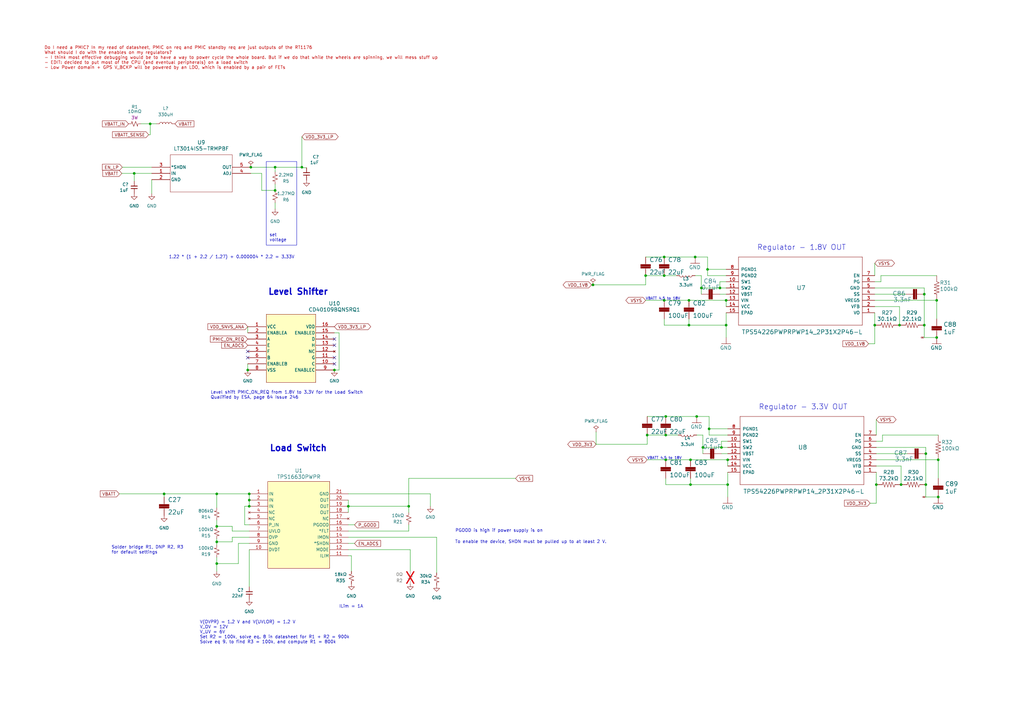
<source format=kicad_sch>
(kicad_sch (version 20231120) (generator "eeschema") (generator_version "8.0")
  (paper "A3")
  (title_block (title "Soldermander") (date "2024-02-27") (rev "1.0") (company "Stanford Student Space Initiative") (comment 1 "RE: Flynn Dreilinger"))
  (lib_symbols
    (symbol "Device:C_Small" (pin_numbers hide) (pin_names (offset 0.254) hide)
      (property "Reference" "C" (at 0.254 1.778 0))
      (property "Value" "C_Small" (at 0.254 -2.032 0))
      (symbol "C_Small_0_1"
        (polyline (pts (xy -1.27 -0.508) (xy 1.27 -0.508)) (stroke (width 0.3302)))
        (polyline (pts (xy -1.27 0.508) (xy 1.27 0.508)) (stroke (width 0.3048)))
      )
      (symbol "C_Small_1_1"
        (pin passive line (at 0 2.54 270) (length 2.032) (name "~") (number "1"))
        (pin passive line (at 0 -2.54 90) (length 2.032) (name "~") (number "2"))
      )
    )
    (symbol "Device:L" (pin_numbers hide) (pin_names (offset 1.016) hide)
      (property "Reference" "L" (at -1.27 0 90))
      (property "Value" "L" (at 1.905 0 90))
      (symbol "L_0_1"
        (arc (start 0 -2.54) (mid 0.6323 -1.905) (end 0 -1.27))
        (arc (start 0 -1.27) (mid 0.6323 -0.635) (end 0 0))
        (arc (start 0 0) (mid 0.6323 0.635) (end 0 1.27))
        (arc (start 0 1.27) (mid 0.6323 1.905) (end 0 2.54))
      )
      (symbol "L_1_1"
        (pin passive line (at 0 3.81 270) (length 1.27) (name "1") (number "1"))
        (pin passive line (at 0 -3.81 90) (length 1.27) (name "2") (number "2"))
      )
    )
    (symbol "Device:R_Small_US" (pin_numbers hide) (pin_names (offset 0.254) hide)
      (property "Reference" "R" (at 0.762 0.508 0))
      (property "Value" "R_Small_US" (at 0.762 -1.016 0))
      (symbol "R_Small_US_1_1"
        (polyline (pts (xy 0 0) (xy 1.016 -0.381) (xy 0 -0.762) (xy -1.016 -1.143) (xy 0 -1.27)))
        (polyline (pts (xy 0 1.27) (xy 1.016 1.143) (xy 0 0.762) (xy -1.016 0.381) (xy 0 0)))
        (pin passive line (at 0 2.54 270) (length 1.016) (name "~") (number "1"))
        (pin passive line (at 0 -2.54 90) (length 1.016) (name "~") (number "2"))
      )
    )
    (symbol "PWR_FLAG_1" (power) (pin_numbers hide) (pin_names (offset 0) hide)
      (property "Value" "PWR_FLAG" (at 0 3.81 0))
      (symbol "PWR_FLAG_1_0_0"
        (pin power_out line (at 0 0 90) (length 0) (name "~") (number "1"))
      )
      (symbol "PWR_FLAG_1_0_1"
        (polyline (pts (xy 0 0) (xy 0 1.27) (xy -1.016 1.905) (xy 0 2.54) (xy 1.016 1.905) (xy 0 1.27)))
      )
    )
    (symbol "adcs:CD40109BQNSRQ1" (pin_names (offset 0.254))
      (property "Reference" "U" (at 17.78 10.16 0))
      (property "Value" "CD40109BQNSRQ1" (at 17.78 7.62 0))
      (symbol "CD40109BQNSRQ1_1_1"
        (rectangle (start 7.62 5.08) (end 27.94 -22.86) (fill (type background)))
        (pin power_in line (at 0 0 0) (length 7.62) (name "VCC") (number "1"))
        (pin input line (at 35.56 -15.24 180) (length 7.62) (name "C") (number "10"))
        (pin output line (at 35.56 -12.7 180) (length 7.62) (name "G") (number "11"))
        (pin no_connect line (at 35.56 -10.16 180) (length 7.62) (name "NC") (number "12"))
        (pin output line (at 35.56 -7.62 180) (length 7.62) (name "H") (number "13"))
        (pin input line (at 35.56 -5.08 180) (length 7.62) (name "D") (number "14"))
        (pin input line (at 35.56 -2.54 180) (length 7.62) (name "ENABLED") (number "15"))
        (pin power_in line (at 35.56 0 180) (length 7.62) (name "VDD") (number "16"))
        (pin input line (at 0 -2.54 0) (length 7.62) (name "ENABLEA") (number "2"))
        (pin input line (at 0 -5.08 0) (length 7.62) (name "A") (number "3"))
        (pin output line (at 0 -7.62 0) (length 7.62) (name "E") (number "4"))
        (pin output line (at 0 -10.16 0) (length 7.62) (name "F") (number "5"))
        (pin input line (at 0 -12.7 0) (length 7.62) (name "B") (number "6"))
        (pin input line (at 0 -15.24 0) (length 7.62) (name "ENABLEB") (number "7"))
        (pin power_in line (at 0 -17.78 0) (length 7.62) (name "VSS") (number "8"))
        (pin input line (at 35.56 -17.78 180) (length 7.62) (name "ENABLEC") (number "9"))
      )
    )
    (symbol "adcs:LT3014IS5-TRMPBF" (pin_names (offset 0.254))
      (property "Reference" "U" (at 20.32 10.16 0))
      (property "Value" "LT3014IS5-TRMPBF" (at 20.32 7.62 0))
      (symbol "LT3014IS5-TRMPBF_1_1"
        (polyline (pts (xy 7.62 -10.16) (xy 33.02 -10.16)) (stroke (width 0.127)))
        (polyline (pts (xy 7.62 5.08) (xy 7.62 -10.16)) (stroke (width 0.127)))
        (polyline (pts (xy 33.02 -10.16) (xy 33.02 5.08)) (stroke (width 0.127)))
        (polyline (pts (xy 33.02 5.08) (xy 7.62 5.08)) (stroke (width 0.127)))
        (pin input line (at 0 -2.54 0) (length 7.62) (name "IN") (number "1"))
        (pin power_in line (at 0 -5.08 0) (length 7.62) (name "GND") (number "2"))
        (pin unspecified line (at 0 0 0) (length 7.62) (name "*SHDN") (number "3"))
        (pin unspecified line (at 40.64 -2.54 180) (length 7.62) (name "ADJ") (number "4"))
        (pin output line (at 40.64 0 180) (length 7.62) (name "OUT") (number "5"))
      )
    )
    (symbol "adcs:TPS16630PWPR" (pin_names (offset 0.254))
      (property "Reference" "U" (at 20.32 10.16 0))
      (property "Value" "TPS16630PWPR" (at 20.32 7.62 0))
      (symbol "TPS16630PWPR_1_1"
        (rectangle (start 7.62 5.08) (end 33.02 -30.48) (fill (type background)))
        (pin power_in line (at 0 0 0) (length 7.62) (name "IN") (number "1"))
        (pin bidirectional line (at 0 -22.86 0) (length 7.62) (name "DVDT") (number "10"))
        (pin bidirectional line (at 40.64 -25.4 180) (length 7.62) (name "ILIM") (number "11"))
        (pin input line (at 40.64 -22.86 180) (length 7.62) (name "MODE") (number "12"))
        (pin input line (at 40.64 -20.32 180) (length 7.62) (name "*SHDN") (number "13"))
        (pin output line (at 40.64 -17.78 180) (length 7.62) (name "IMON") (number "14"))
        (pin output line (at 40.64 -15.24 180) (length 7.62) (name "*FLT") (number "15"))
        (pin output line (at 40.64 -12.7 180) (length 7.62) (name "PGOOD") (number "16"))
        (pin no_connect line (at 40.64 -10.16 180) (length 7.62) (name "NC") (number "17"))
        (pin power_in line (at 40.64 -7.62 180) (length 7.62) (name "OUT") (number "18"))
        (pin power_in line (at 40.64 -5.08 180) (length 7.62) (name "OUT") (number "19"))
        (pin power_in line (at 0 -2.54 0) (length 7.62) (name "IN") (number "2"))
        (pin power_in line (at 40.64 -2.54 180) (length 7.62) (name "OUT") (number "20"))
        (pin power_out line (at 40.64 0 180) (length 7.62) (name "GND") (number "21"))
        (pin power_in line (at 0 -5.08 0) (length 7.62) (name "IN") (number "3"))
        (pin no_connect line (at 0 -7.62 0) (length 7.62) (name "NC") (number "4"))
        (pin no_connect line (at 0 -10.16 0) (length 7.62) (name "NC") (number "5"))
        (pin power_in line (at 0 -12.7 0) (length 7.62) (name "P_IN") (number "6"))
        (pin input line (at 0 -15.24 0) (length 7.62) (name "UVLO") (number "7"))
        (pin input line (at 0 -17.78 0) (length 7.62) (name "OVP") (number "8"))
        (pin power_out line (at 0 -20.32 0) (length 7.62) (name "GND") (number "9"))
      )
    )
    (symbol "mainboard:1.0UF-0603-16V-10%" (pin_names (offset 1.016))
      (property "Reference" "C" (at 1.27 2.921 0))
      (property "Value" "1.0UF-0603-16V-10%" (at 1.27 -2.159 0))
      (symbol "1.0UF-0603-16V-10%_1_0"
        (rectangle (start -2.032 0.508) (end 2.032 1.016) (fill (type outline)))
        (rectangle (start -2.032 1.27) (end 2.032 2.032) (fill (type outline)))
        (polyline (pts (xy 0 0) (xy 0 0.508)))
        (polyline (pts (xy 0 2.54) (xy 0 2.032)))
        (pin passive line (at 0 5.08 270) (length 2.54) (name "1") (number "1"))
        (pin passive line (at 0 -2.54 90) (length 2.54) (name "2") (number "2"))
      )
    )
    (symbol "mainboard:22UF-0805-6.3V-20%" (pin_names (offset 1.016))
      (property "Reference" "C" (at 1.27 2.921 0))
      (property "Value" "22UF-0805-6.3V-20%" (at 1.27 -2.159 0))
      (symbol "22UF-0805-6.3V-20%_1_0"
        (rectangle (start -2.032 0.508) (end 2.032 1.016) (fill (type outline)))
        (rectangle (start -2.032 1.27) (end 2.032 2.032) (fill (type outline)))
        (polyline (pts (xy 0 0) (xy 0 0.508)))
        (polyline (pts (xy 0 2.54) (xy 0 2.032)))
        (pin passive line (at 0 5.08 270) (length 2.54) (name "1") (number "1"))
        (pin passive line (at 0 -2.54 90) (length 2.54) (name "2") (number "2"))
      )
    )
    (symbol "mainboard:22UF-1210-16V-20%" (pin_names (offset 1.016))
      (property "Reference" "C" (at 1.27 2.921 0))
      (property "Value" "22UF-1210-16V-20%" (at 1.27 -2.159 0))
      (symbol "22UF-1210-16V-20%_1_0"
        (rectangle (start -2.032 0.508) (end 2.032 1.016) (fill (type outline)))
        (rectangle (start -2.032 1.27) (end 2.032 2.032) (fill (type outline)))
        (polyline (pts (xy 0 0) (xy 0 0.508)))
        (polyline (pts (xy 0 2.54) (xy 0 2.032)))
        (pin passive line (at 0 5.08 270) (length 2.54) (name "1") (number "1"))
        (pin passive line (at 0 -2.54 90) (length 2.54) (name "2") (number "2"))
      )
    )
    (symbol "mainboard:3.3NF-0603-100V-10%" (pin_names (offset 1.016))
      (property "Reference" "C" (at 1.27 2.921 0))
      (property "Value" "3.3NF-0603-100V-10%" (at 1.27 -2.159 0))
      (symbol "3.3NF-0603-100V-10%_1_0"
        (rectangle (start -2.032 0.508) (end 2.032 1.016) (fill (type outline)))
        (rectangle (start -2.032 1.27) (end 2.032 2.032) (fill (type outline)))
        (polyline (pts (xy 0 0) (xy 0 0.508)))
        (polyline (pts (xy 0 2.54) (xy 0 2.032)))
        (pin passive line (at 0 5.08 270) (length 2.54) (name "1") (number "1"))
        (pin passive line (at 0 -2.54 90) (length 2.54) (name "2") (number "2"))
      )
    )
    (symbol "mainboard:GND" (power) (pin_names (offset 1.016))
      (property "Value" "GND" (at -2.54 -2.54 0))
      (symbol "GND_1_0"
        (polyline (pts (xy -1.905 0) (xy 1.905 0)))
        (pin power_in line (at 0 2.54 270) (length 2.54) (name "GND") (number "1"))
      )
    )
    (symbol "mainboard:R-US_R0603" (pin_names (offset 1.016))
      (property "Reference" "R" (at -3.81 1.4986 0))
      (property "Value" "R-US_R0603" (at -3.81 -3.302 0))
      (symbol "R-US_R0603_1_0"
        (polyline (pts (xy -2.54 0) (xy -2.159 1.016)))
        (polyline (pts (xy -2.159 1.016) (xy -1.27 -1.016)))
        (polyline (pts (xy -1.27 -1.016) (xy -0.889 1.016)))
        (polyline (pts (xy -0.889 1.016) (xy -0.254 -1.016)))
        (polyline (pts (xy -0.254 -1.016) (xy 0.381 1.016)))
        (polyline (pts (xy 0.381 1.016) (xy 1.016 -1.016)))
        (polyline (pts (xy 1.016 -1.016) (xy 1.651 1.016)))
        (polyline (pts (xy 1.651 1.016) (xy 2.286 -1.016)))
        (polyline (pts (xy 2.286 -1.016) (xy 2.54 0)))
        (pin passive line (at -5.08 0 0) (length 2.54) (name "1") (number "1"))
        (pin passive line (at 5.08 0 180) (length 2.54) (name "2") (number "2"))
      )
    )
    (symbol "mainboard:TPS54226PWPRPWP14_2P31X2P46-L" (pin_names (offset 1.016))
      (property "Reference" "U" (at 28.2956 9.1186 0))
      (property "Value" "TPS54226PWPRPWP14_2P31X2P46-L" (at 27.6606 6.5786 0))
      (symbol "TPS54226PWPRPWP14_2P31X2P46-L_1_0"
        (polyline (pts (xy 7.62 -22.86) (xy 58.42 -22.86)))
        (polyline (pts (xy 7.62 5.08) (xy 7.62 -22.86)))
        (polyline (pts (xy 58.42 -22.86) (xy 58.42 5.08)))
        (polyline (pts (xy 58.42 5.08) (xy 7.62 5.08)))
        (pin output line (at 2.54 0 0) (length 5.08) (name "VO") (number "1"))
        (pin passive line (at 63.5 -12.7 180) (length 5.08) (name "SW1") (number "10"))
        (pin passive line (at 63.5 -10.16 180) (length 5.08) (name "SW2") (number "11"))
        (pin input line (at 63.5 -7.62 180) (length 5.08) (name "VBST") (number "12"))
        (pin input line (at 63.5 -5.08 180) (length 5.08) (name "VIN") (number "13"))
        (pin input line (at 63.5 -2.54 180) (length 5.08) (name "VCC") (number "14"))
        (pin passive line (at 63.5 0 180) (length 5.08) (name "EPAD") (number "15"))
        (pin input line (at 2.54 -2.54 0) (length 5.08) (name "VFB") (number "2"))
        (pin output line (at 2.54 -5.08 0) (length 5.08) (name "VREG5") (number "3"))
        (pin passive line (at 2.54 -7.62 0) (length 5.08) (name "SS") (number "4"))
        (pin power_in line (at 2.54 -10.16 0) (length 5.08) (name "GND") (number "5"))
        (pin output line (at 2.54 -12.7 0) (length 5.08) (name "PG") (number "6"))
        (pin input line (at 2.54 -15.24 0) (length 5.08) (name "EN") (number "7"))
        (pin power_in line (at 63.5 -17.78 180) (length 5.08) (name "PGND1") (number "8"))
        (pin power_in line (at 63.5 -15.24 180) (length 5.08) (name "PGND2") (number "9"))
      )
    )
    (symbol "power:GND" (power) (pin_names (offset 0))
      (property "Value" "GND" (at 0 -3.81 0))
      (symbol "GND_0_1"
        (polyline (pts (xy 0 0) (xy 0 -1.27) (xy 1.27 -1.27) (xy 0 -2.54) (xy -1.27 -1.27) (xy 0 -1.27)))
      )
      (symbol "GND_1_1"
        (pin power_in line (at 0 0 270) (length 0) hide (name "GND") (number "1"))
      )
    )
    (symbol "power:PWR_FLAG" (power) (pin_numbers hide) (pin_names (offset 0) hide)
      (property "Value" "PWR_FLAG" (at 0 3.81 0))
      (symbol "PWR_FLAG_0_0"
        (pin power_out line (at 0 0 90) (length 0) (name "pwr") (number "1"))
      )
      (symbol "PWR_FLAG_0_1"
        (polyline (pts (xy 0 0) (xy 0 1.27) (xy -1.016 1.905) (xy 0 2.54) (xy 1.016 1.905) (xy 0 1.27)))
      )
    )
  )
  (junction (at 88.9 222.25))
  (junction (at 167.64 207.645))
  (junction (at 282.575 123.19))
  (junction (at 243.205 116.84))
  (junction (at 384.175 123.19))
  (junction (at 290.83 175.895))
  (junction (at 379.095 120.65))
  (junction (at 55.0418 71.12))
  (junction (at 272.415 113.03))
  (junction (at 61.595 50.8))
  (junction (at 369.57 198.755))
  (junction (at 273.05 188.595))
  (junction (at 379.73 198.755))
  (junction (at 264.795 113.03))
  (junction (at 288.29 183.515))
  (junction (at 282.575 133.35))
  (junction (at 384.81 203.835))
  (junction (at 137.16 151.765))
  (junction (at 102.235 207.645))
  (junction (at 102.235 202.565))
  (junction (at 298.45 198.755))
  (junction (at 112.8268 78.105))
  (junction (at 272.415 105.41))
  (junction (at 297.815 133.35))
  (junction (at 297.815 123.19))
  (junction (at 102.87 68.58))
  (junction (at 285.75 170.815))
  (junction (at 265.43 178.435))
  (junction (at 283.21 198.755))
  (junction (at 142.875 207.645))
  (junction (at 359.41 198.755))
  (junction (at 283.21 188.595))
  (junction (at 295.91 183.515))
  (junction (at 368.935 133.35))
  (junction (at 88.9 231.14))
  (junction (at 273.05 178.435))
  (junction (at 272.415 123.19))
  (junction (at 88.9 215.9))
  (junction (at 287.655 118.11))
  (junction (at 88.9 202.565))
  (junction (at 379.73 186.055))
  (junction (at 358.775 133.35))
  (junction (at 379.095 133.35))
  (junction (at 123.825 68.58))
  (junction (at 285.115 105.41))
  (junction (at 290.195 110.49))
  (junction (at 298.45 188.595))
  (junction (at 384.175 138.43))
  (junction (at 67.31 202.565))
  (junction (at 101.6 151.765))
  (junction (at 112.8268 68.58))
  (junction (at 102.235 205.105))
  (junction (at 384.81 188.595))
  (junction (at 295.275 118.11))
  (junction (at 273.05 170.815))
  (no_connect (at 137.16 146.685))
  (no_connect (at 137.16 149.225))
  (no_connect (at 137.16 139.065))
  (no_connect (at 101.6 146.685))
  (no_connect (at 137.16 141.605))
  (no_connect (at 101.6 144.145))
  (wire (pts (xy 361.315 113.03) (xy 361.315 115.57)))
  (wire (pts (xy 102.235 202.565) (xy 102.235 205.105)))
  (wire (pts (xy 285.75 178.435) (xy 288.29 178.435)))
  (wire (pts (xy 62.23 73.66) (xy 62.23 79.375)))
  (wire (pts (xy 112.8268 68.58) (xy 112.8268 70.485)))
  (wire (pts (xy 283.21 188.595) (xy 298.45 188.595)))
  (wire (pts (xy 176.53 202.565) (xy 176.53 207.645)))
  (wire (pts (xy 88.9 231.14) (xy 88.9 228.6)))
  (wire (pts (xy 282.575 123.19) (xy 297.815 123.19)))
  (wire (pts (xy 298.45 193.675) (xy 298.45 198.755)))
  (wire (pts (xy 298.45 198.755) (xy 298.45 203.835)))
  (wire (pts (xy 49.9618 71.12) (xy 55.0418 71.12)))
  (wire (pts (xy 88.9 220.98) (xy 88.9 222.25)))
  (wire (pts (xy 273.05 188.595) (xy 283.21 188.595)))
  (wire (pts (xy 179.07 220.345) (xy 179.07 234.95)))
  (wire (pts (xy 285.115 113.03) (xy 287.655 113.03)))
  (wire (pts (xy 102.87 71.12) (xy 107.315 71.12)))
  (wire (pts (xy 379.095 118.11) (xy 379.095 120.65)))
  (wire (pts (xy 243.205 116.84) (xy 264.795 116.84)))
  (wire (pts (xy 142.875 222.885) (xy 145.415 222.885)))
  (wire (pts (xy 112.8268 83.185) (xy 112.8268 85.725)))
  (wire (pts (xy 379.095 138.43) (xy 384.175 138.43)))
  (wire (pts (xy 48.895 202.565) (xy 67.31 202.565)))
  (wire (pts (xy 283.21 198.755) (xy 283.21 196.215)))
  (wire (pts (xy 88.9 215.9) (xy 95.25 215.9)))
  (wire (pts (xy 273.05 198.755) (xy 273.05 196.215)))
  (wire (pts (xy 67.31 202.565) (xy 88.9 202.565)))
  (wire (pts (xy 272.415 133.35) (xy 272.415 130.81)))
  (wire (pts (xy 88.9 231.14) (xy 97.79 231.14)))
  (wire (pts (xy 295.91 183.515) (xy 288.29 183.515)))
  (wire (pts (xy 142.875 217.805) (xy 167.64 217.805)))
  (wire (pts (xy 384.175 123.19) (xy 384.175 130.81)))
  (wire (pts (xy 297.815 125.73) (xy 297.815 123.19)))
  (wire (pts (xy 358.775 133.35) (xy 358.775 140.97)))
  (wire (pts (xy 95.25 222.25) (xy 88.9 222.25)))
  (wire (pts (xy 295.275 118.11) (xy 287.655 118.11)))
  (wire (pts (xy 273.05 188.595) (xy 265.43 188.595)))
  (wire (pts (xy 55.0418 71.12) (xy 62.23 71.12)))
  (wire (pts (xy 285.115 105.41) (xy 290.195 105.41)))
  (wire (pts (xy 264.795 116.84) (xy 264.795 113.03)))
  (wire (pts (xy 295.275 118.11) (xy 295.275 115.57)))
  (wire (pts (xy 88.9 202.565) (xy 88.9 208.28)))
  (wire (pts (xy 298.45 186.055) (xy 295.91 186.055)))
  (wire (pts (xy 379.095 138.43) (xy 379.095 133.35)))
  (wire (pts (xy 290.195 110.49) (xy 290.195 113.03)))
  (wire (pts (xy 100.33 215.265) (xy 102.235 215.265)))
  (wire (pts (xy 297.815 128.27) (xy 297.815 133.35)))
  (wire (pts (xy 359.41 206.375) (xy 356.87 206.375)))
  (wire (pts (xy 102.235 225.425) (xy 102.235 240.665)))
  (wire (pts (xy 287.655 120.65) (xy 287.655 118.11)))
  (wire (pts (xy 358.775 125.73) (xy 368.935 125.73)))
  (wire (pts (xy 88.9 222.25) (xy 88.9 223.52)))
  (wire (pts (xy 272.415 113.03) (xy 277.495 113.03)))
  (wire (pts (xy 285.75 170.815) (xy 290.83 170.815)))
  (wire (pts (xy 288.29 186.055) (xy 288.29 183.515)))
  (wire (pts (xy 264.795 105.41) (xy 272.415 105.41)))
  (wire (pts (xy 272.415 123.19) (xy 282.575 123.19)))
  (wire (pts (xy 243.205 116.84) (xy 242.57 116.84)))
  (wire (pts (xy 379.73 186.055) (xy 379.73 198.755)))
  (wire (pts (xy 290.83 175.895) (xy 290.83 178.435)))
  (wire (pts (xy 358.775 107.95) (xy 358.775 113.03)))
  (wire (pts (xy 282.575 133.35) (xy 282.575 130.81)))
  (wire (pts (xy 379.73 203.835) (xy 379.73 198.755)))
  (wire (pts (xy 61.595 55.245) (xy 61.595 50.8)))
  (wire (pts (xy 97.79 222.885) (xy 102.235 222.885)))
  (wire (pts (xy 359.41 198.755) (xy 359.41 206.375)))
  (wire (pts (xy 244.475 182.245) (xy 244.475 177.165)))
  (wire (pts (xy 107.315 78.105) (xy 112.8268 78.105)))
  (wire (pts (xy 142.875 202.565) (xy 176.53 202.565)))
  (wire (pts (xy 384.81 178.435) (xy 361.95 178.435)))
  (wire (pts (xy 369.57 191.135) (xy 369.57 198.755)))
  (wire (pts (xy 298.45 191.135) (xy 298.45 188.595)))
  (wire (pts (xy 88.9 202.565) (xy 102.235 202.565)))
  (wire (pts (xy 168.275 225.425) (xy 168.275 234.315)))
  (wire (pts (xy 112.8268 75.565) (xy 112.8268 78.105)))
  (wire (pts (xy 142.875 225.425) (xy 168.275 225.425)))
  (wire (pts (xy 107.315 71.12) (xy 107.315 78.105)))
  (wire (pts (xy 361.315 115.57) (xy 358.775 115.57)))
  (wire (pts (xy 102.235 205.105) (xy 102.235 207.645)))
  (wire (pts (xy 137.16 136.525) (xy 139.065 136.525)))
  (wire (pts (xy 288.29 183.515) (xy 288.29 178.435)))
  (wire (pts (xy 379.095 120.65) (xy 379.095 133.35)))
  (wire (pts (xy 273.05 170.815) (xy 285.75 170.815)))
  (wire (pts (xy 142.875 220.345) (xy 179.07 220.345)))
  (wire (pts (xy 272.415 105.41) (xy 285.115 105.41)))
  (wire (pts (xy 142.875 227.965) (xy 144.145 227.965)))
  (wire (pts (xy 297.815 115.57) (xy 295.275 115.57)))
  (wire (pts (xy 358.775 128.27) (xy 358.775 133.35)))
  (wire (pts (xy 359.41 172.085) (xy 359.41 178.435)))
  (wire (pts (xy 167.64 217.805) (xy 167.64 215.265)))
  (wire (pts (xy 167.64 196.215) (xy 211.455 196.215)))
  (wire (pts (xy 60.96 55.245) (xy 61.595 55.245)))
  (wire (pts (xy 272.415 133.35) (xy 282.575 133.35)))
  (wire (pts (xy 142.875 215.265) (xy 145.415 215.265)))
  (wire (pts (xy 358.775 118.11) (xy 379.095 118.11)))
  (wire (pts (xy 95.25 220.345) (xy 95.25 222.25)))
  (wire (pts (xy 384.175 113.03) (xy 361.315 113.03)))
  (wire (pts (xy 273.05 178.435) (xy 278.13 178.435)))
  (wire (pts (xy 88.9 234.315) (xy 88.9 231.14)))
  (wire (pts (xy 167.64 210.185) (xy 167.64 207.645)))
  (wire (pts (xy 359.41 186.055) (xy 372.11 186.055)))
  (wire (pts (xy 297.815 133.35) (xy 297.815 138.43)))
  (wire (pts (xy 100.33 207.645) (xy 100.33 215.265)))
  (wire (pts (xy 97.79 231.14) (xy 97.79 222.885)))
  (wire (pts (xy 290.195 113.03) (xy 297.815 113.03)))
  (wire (pts (xy 102.87 68.58) (xy 112.8268 68.58)))
  (wire (pts (xy 297.815 118.11) (xy 295.275 118.11)))
  (wire (pts (xy 55.0418 71.12) (xy 55.0418 74.295)))
  (wire (pts (xy 142.875 205.105) (xy 142.875 207.645)))
  (wire (pts (xy 358.775 120.65) (xy 371.475 120.65)))
  (wire (pts (xy 61.595 50.8) (xy 64.135 50.8)))
  (wire (pts (xy 123.825 68.58) (xy 123.825 68.7832)))
  (wire (pts (xy 298.45 183.515) (xy 295.91 183.515)))
  (wire (pts (xy 244.475 182.245) (xy 265.43 182.245)))
  (wire (pts (xy 282.575 133.35) (xy 297.815 133.35)))
  (wire (pts (xy 297.815 110.49) (xy 290.195 110.49)))
  (wire (pts (xy 167.64 196.215) (xy 167.64 207.645)))
  (wire (pts (xy 101.6 149.225) (xy 101.6 151.765)))
  (wire (pts (xy 298.45 180.975) (xy 295.91 180.975)))
  (wire (pts (xy 102.235 220.345) (xy 95.25 220.345)))
  (wire (pts (xy 265.43 182.245) (xy 265.43 178.435)))
  (wire (pts (xy 272.415 123.19) (xy 264.795 123.19)))
  (wire (pts (xy 95.25 217.805) (xy 102.235 217.805)))
  (wire (pts (xy 361.95 180.975) (xy 359.41 180.975)))
  (wire (pts (xy 361.95 178.435) (xy 361.95 180.975)))
  (wire (pts (xy 144.145 227.965) (xy 144.145 234.315)))
  (wire (pts (xy 57.785 50.8) (xy 61.595 50.8)))
  (wire (pts (xy 298.45 175.895) (xy 290.83 175.895)))
  (wire (pts (xy 101.6 133.985) (xy 101.6 136.525)))
  (wire (pts (xy 290.195 105.41) (xy 290.195 110.49)))
  (wire (pts (xy 290.83 170.815) (xy 290.83 175.895)))
  (wire (pts (xy 67.31 203.835) (xy 67.31 202.565)))
  (wire (pts (xy 379.73 203.835) (xy 384.81 203.835)))
  (wire (pts (xy 142.875 207.645) (xy 142.875 210.185)))
  (wire (pts (xy 167.64 207.645) (xy 142.875 207.645)))
  (wire (pts (xy 379.73 183.515) (xy 379.73 186.055)))
  (wire (pts (xy 273.05 198.755) (xy 283.21 198.755)))
  (wire (pts (xy 384.81 188.595) (xy 384.81 196.215)))
  (wire (pts (xy 112.8268 68.58) (xy 123.825 68.58)))
  (wire (pts (xy 297.815 120.65) (xy 295.275 120.65)))
  (wire (pts (xy 50.165 68.58) (xy 62.23 68.58)))
  (wire (pts (xy 123.825 56.0832) (xy 123.825 68.58)))
  (wire (pts (xy 359.41 183.515) (xy 379.73 183.515)))
  (wire (pts (xy 290.83 178.435) (xy 298.45 178.435)))
  (wire (pts (xy 359.41 193.675) (xy 359.41 198.755)))
  (wire (pts (xy 287.655 118.11) (xy 287.655 113.03)))
  (wire (pts (xy 139.065 151.765) (xy 137.16 151.765)))
  (wire (pts (xy 88.9 213.36) (xy 88.9 215.9)))
  (wire (pts (xy 283.21 198.755) (xy 298.45 198.755)))
  (wire (pts (xy 359.41 188.595) (xy 384.81 188.595)))
  (wire (pts (xy 95.25 215.9) (xy 95.25 217.805)))
  (wire (pts (xy 102.235 207.645) (xy 100.33 207.645)))
  (wire (pts (xy 265.43 170.815) (xy 273.05 170.815)))
  (wire (pts (xy 368.935 125.73) (xy 368.935 133.35)))
  (wire (pts (xy 139.065 136.525) (xy 139.065 151.765)))
  (wire (pts (xy 295.91 183.515) (xy 295.91 180.975)))
  (wire (pts (xy 358.775 123.19) (xy 384.175 123.19)))
  (wire (pts (xy 359.41 191.135) (xy 369.57 191.135)))
  (wire (pts (xy 265.43 178.435) (xy 273.05 178.435)))
  (wire (pts (xy 123.825 68.7832) (xy 125.73 68.7832)))
  (wire (pts (xy 358.775 140.97) (xy 356.235 140.97)))
  (wire (pts (xy 264.795 113.03) (xy 272.415 113.03)))
  (rectangle (start 109.22 66.2432) (end 121.7168 100.5332))
  (text "ILim = 1A" (at 139.065 249.555 0) (effects (font (size 1.27 1.27)) (justify left bottom)))
  (text "Regulator - 1.8V OUT" (at 310.515 102.87 0) (effects (font (size 2.159 2.159)) (justify left bottom)))
  (text "Level shift PMIC_ON_REQ from 1.8V to 3.3V for the Load Switch \nQualified by ESA, page 64 Issue 246" (at 86.36 163.83 0) (effects (font (size 1.27 1.27)) (justify left bottom)))
  (text "set\nvoltage\n" (at 110.49 99.2632 0) (effects (font (size 1.27 1.27)) (justify left bottom)))
  (text "VBATT 4.5 to 18V" (at 265.43 188.595 0) (effects (font (size 1.0668 1.0668)) (justify left bottom)))
  (text "1.22 * (1 + 2.2 / 1.27) + 0.000004 * 2.2 = 3.33V" (at 69.215 106.2482 0) (effects (font (size 1.27 1.27)) (justify left bottom)))
  (text "V(OVPR) = 1.2 V and V(UVLOR) = 1.2 V\nV_OV = 12V\nV_UV = 6V\nSet R2 = 100k, solve eq. 8 in datasheet for R1 + R2 = 900k\nSolve eq 9. to find R3 = 100k, and compute R1 = 800k" (at 81.915 264.16 0) (effects (font (size 1.27 1.27)) (justify left bottom)))
  (text "Solder bridge R1, DNP R2, R3 \nfor default settings" (at 45.72 227.33 0) (effects (font (size 1.27 1.27)) (justify left bottom)))
  (text "Level Shifter" (at 109.855 121.285 0) (effects (font (size 2.54 2.54) (thickness 0.508) (bold yes)) (justify left bottom)))
  (text "Regulator - 3.3V OUT" (at 311.15 168.275 0) (effects (font (size 2.159 2.159)) (justify left bottom)))
  (text "To enable the device, SHDN must be pulled up to at least 2 V." (at 186.6138 223.0628 0) (effects (font (size 1.27 1.27)) (justify left bottom)))
  (text "Load Switch" (at 110.49 185.42 0) (effects (font (size 2.54 2.54) (thickness 0.508) (bold yes)) (justify left bottom)))
  (text "VBATT 4.5 to 18V" (at 264.795 123.19 0) (effects (font (size 1.0668 1.0668)) (justify left bottom)))
  (text "Do I need a PMIC? In my read of datasheet, PMIC on req and PMIC standby req are just outputs of the RT1176\nWhat should I do with the enables on my regulators?\n- I think most effective debugging would be to have a way to power cycle the whole board. But if we do that while the wheels are spinning, we will mess stuff up\n- EDIT: decided to put most of the CPU (and eventual peripherals) on a load switch\n- Low Power domain + GPS V_BCKP will be powered by an LDO, which is enabled by a pair of FETs" (at 18.161 28.575 0) (effects (font (size 1.27 1.27)) (justify left bottom)))
  (text "PGOOD is high if power supply is on" (at 186.69 218.44 0) (effects (font (size 1.27 1.27)) (justify left bottom)))
  (global_label "VSYS" (shape input) (at 211.455 196.215 0) (property "Intersheetrefs" "${INTERSHEET_REFS}" (effects (hide yes))))
  (global_label "VBATT" (shape input) (at 48.895 202.565 180) (property "Intersheetrefs" "${INTERSHEET_REFS}" (effects (hide yes))))
  (global_label "VSYS" (shape bidirectional) (at 358.775 107.95 0) (property "Intersheetrefs" "${INTERSHEET_REFS}" (effects (hide yes))))
  (global_label "VDD_SNVS_ANA" (shape input) (at 101.6 133.985 180) (property "Intersheetrefs" "${INTERSHEET_REFS}" (effects (hide yes))))
  (global_label "VBATT" (shape input) (at 71.755 50.8 0) (property "Intersheetrefs" "${INTERSHEET_REFS}" (effects (hide yes))))
  (global_label "VSYS" (shape bidirectional) (at 264.795 123.19 180) (property "Intersheetrefs" "${INTERSHEET_REFS}" (effects (hide yes))))
  (global_label "GND" (shape bidirectional) (at 379.095 138.43 180) (effects (font (size 0.254 0.254))) (property "Intersheetrefs" "${INTERSHEET_REFS}" (effects (hide yes))))
  (global_label "VSYS" (shape bidirectional) (at 265.43 188.595 180) (property "Intersheetrefs" "${INTERSHEET_REFS}" (effects (hide yes))))
  (global_label "P_GOOD" (shape input) (at 145.415 215.265 0) (property "Intersheetrefs" "${INTERSHEET_REFS}" (effects (hide yes))))
  (global_label "VDD_1V8" (shape bidirectional) (at 242.57 116.84 180) (property "Intersheetrefs" "${INTERSHEET_REFS}" (effects (hide yes))))
  (global_label "EN_LP" (shape input) (at 50.165 68.58 180) (property "Intersheetrefs" "${INTERSHEET_REFS}" (effects (hide yes))))
  (global_label "VDD_3V3_LP" (shape bidirectional) (at 137.16 133.985 0) (property "Intersheetrefs" "${INTERSHEET_REFS}" (effects (hide yes))))
  (global_label "GND" (shape bidirectional) (at 379.73 203.835 180) (effects (font (size 0.254 0.254))) (property "Intersheetrefs" "${INTERSHEET_REFS}" (effects (hide yes))))
  (global_label "PMIC_ON_REQ" (shape input) (at 101.6 139.065 180) (property "Intersheetrefs" "${INTERSHEET_REFS}" (effects (hide yes))))
  (global_label "VDD_3V3" (shape bidirectional) (at 244.475 182.245 180) (property "Intersheetrefs" "${INTERSHEET_REFS}" (effects (hide yes))))
  (global_label "VDD_3V3_LP" (shape bidirectional) (at 123.825 56.0832 0) (property "Intersheetrefs" "${INTERSHEET_REFS}" (effects (hide yes))))
  (global_label "VSYS" (shape bidirectional) (at 359.41 172.085 0) (property "Intersheetrefs" "${INTERSHEET_REFS}" (effects (hide yes))))
  (global_label "VBATT_SENSE" (shape input) (at 60.96 55.245 180) (property "Intersheetrefs" "${INTERSHEET_REFS}" (effects (hide yes))))
  (global_label "VBATT" (shape input) (at 49.9618 71.12 180) (property "Intersheetrefs" "${INTERSHEET_REFS}" (effects (hide yes))))
  (global_label "VBATT_IN" (shape input) (at 52.705 50.8 180) (property "Intersheetrefs" "${INTERSHEET_REFS}" (effects (hide yes))))
  (global_label "VDD_3V3" (shape input) (at 356.87 206.375 180) (property "Intersheetrefs" "${INTERSHEET_REFS}" (effects (hide yes))))
  (global_label "EN_ADCS" (shape input) (at 101.6 141.605 180) (property "Intersheetrefs" "${INTERSHEET_REFS}" (effects (hide yes))))
  (global_label "VDD_1V8" (shape input) (at 356.235 140.97 180) (property "Intersheetrefs" "${INTERSHEET_REFS}" (effects (hide yes))))
  (global_label "EN_ADCS" (shape input) (at 145.415 222.885 0) (property "Intersheetrefs" "${INTERSHEET_REFS}" (effects (hide yes))))
  (symbol (lib_id "mainboard:1.0UF-0603-16V-10%") (at 292.735 120.65 90) (unit 1)
    (property "Reference" "C84" (at 294.005 114.3 90) (effects (font (size 1.778 1.778)) (justify left bottom)))
    (property "Value" "0.1uF" (at 295.275 116.84 90) (effects (font (size 1.778 1.778)) (justify left bottom)))
    (property "Footprint" "Capacitor_SMD:C_0402_1005Metric" (effects (hide yes)))
    (property "Voltage Rating" "50V" (effects (hide yes)))
    (instances (project "Soldermander" (path "" (reference "C84") (unit 1))) (project "mainboard" (path "" (reference "C?") (unit 1))))
  )
  (symbol (lib_id "power:GND") (at 137.16 151.765 0) (unit 1)
    (property "Reference" "#PWR028" (effects (hide yes)))
    (property "Value" "GND" (at 137.16 156.21 0))
  )
  (symbol (lib_id "mainboard:GND") (at 297.815 140.97 0) (unit 1)
    (property "Reference" "#GND04" (effects (hide yes)))
    (property "Value" "GND" (at 295.275 143.51 0) (effects (font (size 1.4986 1.4986)) (justify left bottom)))
    (instances (project "Soldermander" (path "" (reference "#GND04") (unit 1))) (project "mainboard" (path "" (reference "#GND?") (unit 1))))
  )
  (symbol (lib_id "mainboard:1.0UF-0603-16V-10%") (at 384.81 201.295 0) (unit 1)
    (property "Reference" "C89" (at 387.5532 198.4756 0) (effects (font (size 1.778 1.778)) (justify left)))
    (property "Value" "1uF" (at 387.5532 201.549 0) (effects (font (size 1.778 1.778)) (justify left)))
    (property "Footprint" "Capacitor_SMD:C_0402_1005Metric" (effects (hide yes)))
    (property "Footprint (for JLCPCB)" "0402" (effects (hide yes)))
    (property "Voltage Rating" "50V" (effects (hide yes)))
    (instances (project "Soldermander" (path "" (reference "C89") (unit 1))) (project "mainboard" (path "" (reference "C?") (unit 1))))
  )
  (symbol (lib_id "Device:C_Small") (at 55.0418 76.835 180) (unit 1)
    (property "Reference" "C?" (at 52.7304 75.6666 0) (effects (justify left)))
    (property "Value" "1uF" (at 52.7304 77.978 0) (effects (justify left)))
    (property "Footprint" "Capacitor_SMD:C_0402_1005Metric" (effects (hide yes)))
    (property "Footprint (for JLCPCB)" "0402" (effects (hide yes)))
    (property "Voltage Rating" "50V" (effects (hide yes)))
    (instances (project "Power" (path "" (reference "C?") (unit 1))) (project "Soldermander" (path "" (reference "C1") (unit 1))))
  )
  (symbol (lib_id "Device:R_Small_US") (at 144.145 236.855 0) (mirror x) (unit 1)
    (property "Reference" "R35" (at 139.7 238.125 0))
    (property "Value" "18kΩ" (at 139.7 235.585 0))
    (property "Footprint" "Resistor_SMD:R_0402_1005Metric" (effects (hide yes)))
    (property "Footprint (for JLCPCB)" "0402" (effects (hide yes)))
  )
  (symbol (lib_id "power:GND") (at 125.73 73.8632 0) (unit 1)
    (property "Reference" "#PWR05" (effects (hide yes)))
    (property "Value" "GND" (at 125.73 78.9432 0))
  )
  (symbol (lib_id "Device:R_Small_US") (at 179.07 237.49 0) (mirror x) (unit 1)
    (property "Reference" "R34" (at 174.625 238.76 0))
    (property "Value" "30kΩ" (at 174.625 236.22 0))
    (property "Footprint" "Resistor_SMD:R_0402_1005Metric" (effects (hide yes)))
    (property "Footprint (for JLCPCB)" "0402" (effects (hide yes)))
  )
  (symbol (lib_id "mainboard:GND") (at 384.81 206.375 0) (unit 1)
    (property "Reference" "#GND07" (effects (hide yes)))
    (property "Value" "GND" (at 382.27 208.915 0) (effects (font (size 1.4986 1.4986)) (justify left bottom)))
    (instances (project "Soldermander" (path "" (reference "#GND07") (unit 1))) (project "mainboard" (path "" (reference "#GND?") (unit 1))))
  )
  (symbol (lib_name "PWR_FLAG_1") (lib_id "power:PWR_FLAG") (at 102.87 68.58 0) (unit 1)
    (property "Reference" "#FLG013" (effects (hide yes)))
    (property "Value" "PWR_FLAG" (at 102.87 63.5 0))
    (property "Description" "Special symbol for telling ERC where power comes from" (effects (hide yes)))
  )
  (symbol (lib_id "Device:C_Small") (at 125.73 71.3232 180) (unit 1)
    (property "Reference" "C?" (at 130.81 64.3382 0) (effects (justify left)))
    (property "Value" "1uF" (at 130.81 66.6496 0) (effects (justify left)))
    (property "Footprint" "Capacitor_SMD:C_0402_1005Metric" (effects (hide yes)))
    (property "Footprint (for JLCPCB)" "0402" (effects (hide yes)))
    (property "Voltage Rating" "50V" (effects (hide yes)))
    (instances (project "Power" (path "" (reference "C?") (unit 1))) (project "Soldermander" (path "" (reference "C2") (unit 1))))
  )
  (symbol (lib_id "Device:L") (at 67.945 50.8 90) (unit 1)
    (property "Reference" "L?" (at 67.945 44.45 90))
    (property "Value" "330uH" (at 67.945 46.99 90))
    (property "Footprint" "adcs:IND_SRN6045TA-331K" (effects (hide yes)))
    (property "Description" "Inductor" (effects (hide yes)))
    (property "Manufacturer_Name" "Bourns" (effects (hide yes)))
    (property "Unit Price" "0.54" (effects (hide yes)))
    (property "Flight" "SRN6045TA-331K" (effects (hide yes)))
    (property "JLCPCB P/N" "C2049953" (effects (hide yes)))
    (instances (project "adcs-hardware" (path "" (reference "L?") (unit 1))) (project "Soldermander" (path "" (reference "L1") (unit 1))))
  )
  (symbol (lib_id "Device:R_Small_US") (at 88.9 218.44 0) (mirror x) (unit 1)
    (property "Reference" "R15" (at 84.455 219.71 0))
    (property "Value" "100kΩ" (at 84.455 217.17 0))
    (property "Footprint" "Resistor_SMD:R_0402_1005Metric" (effects (hide yes)))
    (property "Footprint (for JLCPCB)" "0402" (effects (hide yes)))
  )
  (symbol (lib_id "mainboard:22UF-1210-16V-20%") (at 283.21 193.675 0) (unit 1)
    (property "Reference" "C83" (at 284.734 190.754 0) (effects (font (size 1.778 1.778)) (justify left bottom)))
    (property "Value" "100uF" (at 284.734 195.834 0) (effects (font (size 1.778 1.778)) (justify left bottom)))
    (property "Footprint" "Capacitor_SMD:C_1210_3225Metric" (effects (hide yes)))
    (property "Description" "100uF 16V X5R 1210" (effects (hide yes)))
    (property "JLCPCB P/N" "C191180" (effects (hide yes)))
    (property "Footprint (for JLCPCB)" "1210" (effects (hide yes)))
    (property "Voltage Rating" "50V" (effects (hide yes)))
    (instances (project "Soldermander" (path "" (reference "C83") (unit 1))) (project "mainboard" (path "" (reference "C?") (unit 1))))
  )
  (symbol (lib_id "mainboard:R-US_R0603") (at 374.65 198.755 180) (unit 1)
    (property "Reference" "R30" (at 374.65 193.675 0) (effects (font (size 1.4986 1.4986))))
    (property "Value" "22.1kΩ" (at 374.65 196.215 0) (effects (font (size 1.4986 1.4986))))
    (property "Footprint" "Resistor_SMD:R_0402_1005Metric" (effects (hide yes)))
    (property "Description" "22.1K 0402" (effects (hide yes)))
    (property "Footprint (for JLCPCB)" "0402" (effects (hide yes)))
    (instances (project "Soldermander" (path "" (reference "R30") (unit 1))) (project "mainboard" (path "" (reference "R?") (unit 1))))
  )
  (symbol (lib_id "mainboard:R-US_R0603") (at 363.855 133.35 180) (unit 1)
    (property "Reference" "R27" (at 363.855 128.27 0) (effects (font (size 1.4986 1.4986))))
    (property "Value" "30.1kΩ" (at 363.855 130.81 0) (effects (font (size 1.4986 1.4986))))
    (property "Footprint" "Resistor_SMD:R_0402_1005Metric" (effects (hide yes)))
    (property "Description" "30.1K 0402" (effects (hide yes)))
    (property "JLCPCB P/N" "C208856" (effects (hide yes)))
    (property "Footprint (for JLCPCB)" "0402" (effects (hide yes)))
    (instances (project "Soldermander" (path "" (reference "R27") (unit 1))) (project "mainboard" (path "" (reference "R?") (unit 1))))
  )
  (symbol (lib_id "power:GND") (at 62.23 79.375 0) (unit 1)
    (property "Reference" "#PWR03" (effects (hide yes)))
    (property "Value" "GND" (at 62.23 84.455 0))
  )
  (symbol (lib_id "Device:R_Small_US") (at 88.9 226.06 0) (mirror x) (unit 1)
    (property "Reference" "R19" (at 84.455 227.33 0))
    (property "Value" "100kΩ" (at 84.455 224.79 0))
    (property "Footprint" "Resistor_SMD:R_0402_1005Metric" (effects (hide yes)))
    (property "Footprint (for JLCPCB)" "0402" (effects (hide yes)))
  )
  (symbol (lib_id "mainboard:R-US_R0603") (at 384.81 183.515 270) (unit 1)
    (property "Reference" "R32" (at 386.08 182.245 90) (effects (font (size 1.4986 1.4986)) (justify left bottom)))
    (property "Value" "100kΩ" (at 386.08 184.785 90) (effects (font (size 1.4986 1.4986)) (justify left bottom)))
    (property "Footprint" "Resistor_SMD:R_0402_1005Metric" (effects (hide yes)))
    (property "Footprint (for JLCPCB)" "0402" (effects (hide yes)))
    (instances (project "Soldermander" (path "" (reference "R32") (unit 1))) (project "mainboard" (path "" (reference "R?") (unit 1))))
  )
  (symbol (lib_id "mainboard:22UF-0805-6.3V-20%") (at 264.795 110.49 0) (unit 1)
    (property "Reference" "C76" (at 266.319 107.569 0) (effects (font (size 1.778 1.778)) (justify left bottom)))
    (property "Value" "22uF" (at 266.319 112.649 0) (effects (font (size 1.778 1.778)) (justify left bottom)))
    (property "Footprint" "Capacitor_SMD:C_0603_1608Metric" (effects (hide yes)))
    (property "Footprint (for JLCPCB)" "0603" (effects (hide yes)))
    (property "Voltage Rating" "6.3V" (effects (hide yes)))
    (instances (project "Soldermander" (path "" (reference "C76") (unit 1))) (project "mainboard" (path "" (reference "C?") (unit 1))))
  )
  (symbol (lib_id "Device:L") (at 281.94 178.435 270) (unit 1)
    (property "Reference" "L4" (at 281.94 179.705 90))
    (property "Value" "3.3uH" (at 281.94 182.245 90))
    (property "Footprint" "Inductor_SMD:L_1210_3225Metric" (effects (hide yes)))
    (property "Datasheet" "https://datasheet.lcsc.com/lcsc/2009171412_TAI-TECH-HPC5040NF-3R3MTH_C304367.pdf" (effects (hide yes)))
    (property "Description" "3.3uH Shielded Inductor" (effects (hide yes)))
    (property "Flight" "SRP3212-3R3M" (effects (hide yes)))
    (property "Manufacturer_Name" "Bourns" (effects (hide yes)))
    (property "Proto" "SRP3212-3R3M" (effects (hide yes)))
    (property "Power Rating" "3.1A, 3.4A Saturation" (effects (hide yes)))
    (property "Supplier 1" "Digi-Key" (effects (hide yes)))
    (instances (project "Soldermander" (path "" (reference "L4") (unit 1))) (project "mainboard" (path "" (reference "L?") (unit 1))))
  )
  (symbol (lib_id "power:GND") (at 55.0418 79.375 0) (unit 1)
    (property "Reference" "#PWR01" (effects (hide yes)))
    (property "Value" "GND" (at 55.0418 84.455 0))
  )
  (symbol (lib_id "power:GND") (at 112.8268 85.725 0) (unit 1)
    (property "Reference" "#PWR071" (effects (hide yes)))
    (property "Value" "GND" (at 112.8268 90.805 0))
  )
  (symbol (lib_id "Device:L") (at 281.305 113.03 270) (unit 1)
    (property "Reference" "L3" (at 281.305 114.3 90))
    (property "Value" "3.3uH" (at 281.305 116.84 90))
    (property "Footprint" "Inductor_SMD:L_1210_3225Metric" (effects (hide yes)))
    (property "Datasheet" "https://datasheet.lcsc.com/lcsc/2009171412_TAI-TECH-HPC5040NF-3R3MTH_C304367.pdf" (effects (hide yes)))
    (property "Description" "3.3uH Shielded Inductor" (effects (hide yes)))
    (property "Flight" "SRP3212-3R3M" (effects (hide yes)))
    (property "Manufacturer_Name" "Bourns" (effects (hide yes)))
    (property "Proto" "SRP3212-3R3M" (effects (hide yes)))
    (property "Power Rating" "3.1A, 3.4A Saturation" (effects (hide yes)))
    (property "Supplier 1" "Digi-Key" (effects (hide yes)))
    (instances (project "Soldermander" (path "" (reference "L3") (unit 1))) (project "mainboard" (path "" (reference "L?") (unit 1))))
  )
  (symbol (lib_id "mainboard:GND") (at 285.115 107.95 0) (unit 1)
    (property "Reference" "#GND02" (effects (hide yes)))
    (property "Value" "GND" (at 282.575 110.49 0) (effects (font (size 1.4986 1.4986)) (justify left bottom)))
    (instances (project "Soldermander" (path "" (reference "#GND02") (unit 1))) (project "mainboard" (path "" (reference "#GND?") (unit 1))))
  )
  (symbol (lib_id "power:GND") (at 101.6 151.765 0) (unit 1)
    (property "Reference" "#PWR024" (effects (hide yes)))
    (property "Value" "GND" (at 101.6 156.21 0))
  )
  (symbol (lib_id "power:GND") (at 67.31 211.455 0) (unit 1)
    (property "Reference" "#PWR023" (effects (hide yes)))
    (property "Value" "GND" (at 67.31 216.535 0))
  )
  (symbol (lib_id "Device:R_Small_US") (at 88.9 210.82 0) (mirror x) (unit 1)
    (property "Reference" "R14" (at 84.455 212.09 0))
    (property "Value" "806kΩ" (at 84.455 209.55 0))
    (property "Footprint" "Resistor_SMD:R_0402_1005Metric" (effects (hide yes)))
    (property "JLCPCB P/N" "C3016043" (effects (hide yes)))
    (property "Footprint (for JLCPCB)" "0402" (effects (hide yes)))
  )
  (symbol (lib_id "mainboard:3.3NF-0603-100V-10%") (at 377.19 186.055 90) (unit 1)
    (property "Reference" "C87" (at 372.11 184.785 90) (effects (font (size 1.778 1.778)) (justify left bottom)))
    (property "Value" "3.3nF" (at 374.65 187.325 90) (effects (font (size 1.778 1.778)) (justify left bottom)))
    (property "Footprint" "Capacitor_SMD:C_0402_1005Metric" (effects (hide yes)))
    (property "Description" "3.3nF +-10% 100V X7R 0603" (effects (hide yes)))
    (property "Footprint (for JLCPCB)" "0402" (effects (hide yes)))
    (property "Voltage Rating" "50V" (effects (hide yes)))
    (instances (project "Soldermander" (path "" (reference "C87") (unit 1))) (project "mainboard" (path "" (reference "C?") (unit 1))))
  )
  (symbol (lib_id "Device:C_Small") (at 102.235 243.205 180) (unit 1)
    (property "Reference" "C?" (at 99.9236 242.0366 0) (effects (justify left)))
    (property "Value" "22nF" (at 99.9236 244.348 0) (effects (justify left)))
    (property "Footprint" "Capacitor_SMD:C_0402_1005Metric" (effects (hide yes)))
    (property "Footprint (for JLCPCB)" "0402" (effects (hide yes)))
    (property "Voltage Rating" "50V" (effects (hide yes)))
    (instances (project "Power" (path "" (reference "C?") (unit 1))) (project "Soldermander" (path "" (reference "C11") (unit 1))))
  )
  (symbol (lib_id "Device:R_Small_US") (at 112.8268 80.645 180) (unit 1)
    (property "Reference" "R6" (at 117.2718 81.915 0))
    (property "Value" "1.27MΩ" (at 117.2718 79.375 0))
    (property "Footprint" "Resistor_SMD:R_0402_1005Metric" (effects (hide yes)))
    (property "Footprint (for JLCPCB)" "0402" (effects (hide yes)))
  )
  (symbol (lib_id "mainboard:1.0UF-0603-16V-10%") (at 384.175 135.89 0) (unit 1)
    (property "Reference" "C88" (at 386.9182 133.0706 0) (effects (font (size 1.778 1.778)) (justify left)))
    (property "Value" "1uF" (at 386.9182 136.144 0) (effects (font (size 1.778 1.778)) (justify left)))
    (property "Footprint" "Capacitor_SMD:C_0402_1005Metric" (effects (hide yes)))
    (property "Footprint (for JLCPCB)" "0402" (effects (hide yes)))
    (property "Voltage Rating" "50V" (effects (hide yes)))
    (instances (project "Soldermander" (path "" (reference "C88") (unit 1))) (project "mainboard" (path "" (reference "C?") (unit 1))))
  )
  (symbol (lib_id "mainboard:22UF-0805-6.3V-20%") (at 67.31 208.915 0) (unit 1)
    (property "Reference" "C27" (at 68.834 205.994 0) (effects (font (size 1.778 1.778)) (justify left bottom)))
    (property "Value" "22uF" (at 68.834 211.074 0) (effects (font (size 1.778 1.778)) (justify left bottom)))
    (property "Footprint" "Capacitor_SMD:C_0603_1608Metric" (effects (hide yes)))
    (property "Footprint (for JLCPCB)" "0603" (effects (hide yes)))
    (property "Voltage Rating" "6.3V" (effects (hide yes)))
    (instances (project "Soldermander" (path "" (reference "C27") (unit 1))) (project "mainboard" (path "" (reference "C?") (unit 1))))
  )
  (symbol (lib_id "Device:R_Small_US") (at 55.245 50.8 90) (unit 1)
    (property "Reference" "R1" (at 55.245 43.815 90))
    (property "Value" "10mΩ" (at 55.245 45.72 90))
    (property "Footprint" "Resistor_SMD:R_2512_6332Metric" (effects (hide yes)))
    (property "JLCPCB P/N" "C5116354" (effects (hide yes)))
    (property "Footprint (for JLCPCB)" "2512" (effects (hide yes)))
    (property "Power Rating" "3W" (at 55.245 48.26 90))
  )
  (symbol (lib_id "Device:R_Small_US") (at 112.8268 73.025 180) (unit 1)
    (property "Reference" "R5" (at 117.2718 74.295 0))
    (property "Value" "2.2MΩ" (at 117.2718 71.755 0))
    (property "Footprint" "Resistor_SMD:R_0402_1005Metric" (effects (hide yes)))
    (property "Footprint (for JLCPCB)" "0402" (effects (hide yes)))
  )
  (symbol (lib_id "mainboard:3.3NF-0603-100V-10%") (at 376.555 120.65 90) (unit 1)
    (property "Reference" "C86" (at 371.475 119.38 90) (effects (font (size 1.778 1.778)) (justify left bottom)))
    (property "Value" "3.3nF" (at 374.015 121.92 90) (effects (font (size 1.778 1.778)) (justify left bottom)))
    (property "Footprint" "Capacitor_SMD:C_0402_1005Metric" (effects (hide yes)))
    (property "Description" "3.3nF +-10% 100V X7R 0603" (effects (hide yes)))
    (property "Footprint (for JLCPCB)" "0402" (effects (hide yes)))
    (property "Voltage Rating" "50V" (effects (hide yes)))
    (instances (project "Soldermander" (path "" (reference "C86") (unit 1))) (project "mainboard" (path "" (reference "C?") (unit 1))))
  )
  (symbol (lib_id "mainboard:22UF-1210-16V-20%") (at 282.575 128.27 0) (unit 1)
    (property "Reference" "C82" (at 284.099 125.349 0) (effects (font (size 1.778 1.778)) (justify left bottom)))
    (property "Value" "100uF" (at 284.099 130.429 0) (effects (font (size 1.778 1.778)) (justify left bottom)))
    (property "Footprint" "Capacitor_SMD:C_1210_3225Metric" (effects (hide yes)))
    (property "Description" "100uF 16V X5R 1210" (effects (hide yes)))
    (property "JLCPCB P/N" "C191180" (effects (hide yes)))
    (property "Footprint (for JLCPCB)" "1210" (effects (hide yes)))
    (property "Voltage Rating" "50V" (effects (hide yes)))
    (instances (project "Soldermander" (path "" (reference "C82") (unit 1))) (project "mainboard" (path "" (reference "C?") (unit 1))))
  )
  (symbol (lib_id "adcs:CD40109BQNSRQ1") (at 101.6 133.985 0) (unit 1)
    (property "Reference" "U10" (at 137.16 124.46 0) (effects (font (size 1.524 1.524))))
    (property "Value" "CD40109BQNSRQ1" (at 137.16 127 0) (effects (font (size 1.524 1.524))))
    (property "Footprint" "adcs:NS16" (effects (hide yes)))
    (property "Datasheet" "https://www.ti.com/lit/ds/schs380a/schs380a.pdf" (effects (hide yes)))
    (property "Description" "Level Shifter" (effects (hide yes)))
    (property "JLCPCB P/N" "C2677390" (effects (hide yes)))
  )
  (symbol (lib_id "power:GND") (at 168.275 239.395 0) (unit 1)
    (property "Reference" "#PWR030" (effects (hide yes)))
    (property "Value" "GND" (at 168.275 244.475 0))
  )
  (symbol (lib_id "adcs:TPS16630PWPR") (at 102.235 202.565 0) (unit 1)
    (property "Reference" "U1" (at 122.555 193.04 0) (effects (font (size 1.524 1.524))))
    (property "Value" "TPS16630PWPR" (at 122.555 195.58 0) (effects (font (size 1.524 1.524))))
    (property "Footprint" "adcs:HTSSOP20_PWP_TEX" (effects (hide yes)))
    (property "Datasheet" "TPS16630PWPR" (effects (hide yes)))
    (property "Description" "Load Switch" (effects (hide yes)))
    (property "Flight" "TPS16630PWPR" (effects (hide yes)))
    (property "JLCPCB P/N" "C1849462" (effects (hide yes)))
  )
  (symbol (lib_id "mainboard:GND") (at 285.75 173.355 0) (unit 1)
    (property "Reference" "#GND03" (effects (hide yes)))
    (property "Value" "GND" (at 283.21 175.895 0) (effects (font (size 1.4986 1.4986)) (justify left bottom)))
    (instances (project "Soldermander" (path "" (reference "#GND03") (unit 1))) (project "mainboard" (path "" (reference "#GND?") (unit 1))))
  )
  (symbol (lib_id "power:GND") (at 176.53 207.645 0) (unit 1)
    (property "Reference" "#PWR073" (effects (hide yes)))
    (property "Value" "GND" (at 176.53 212.09 0))
  )
  (symbol (lib_id "power:GND") (at 102.235 245.745 0) (unit 1)
    (property "Reference" "#PWR074" (effects (hide yes)))
    (property "Value" "GND" (at 102.235 250.825 0))
  )
  (symbol (lib_id "power:GND") (at 144.145 239.395 0) (unit 1)
    (property "Reference" "#PWR075" (effects (hide yes)))
    (property "Value" "GND" (at 144.145 244.475 0))
  )
  (symbol (lib_id "power:GND") (at 88.9 234.315 0) (unit 1)
    (property "Reference" "#PWR072" (effects (hide yes)))
    (property "Value" "GND" (at 88.9 239.395 0))
  )
  (symbol (lib_id "mainboard:R-US_R0603") (at 364.49 198.755 180) (unit 1)
    (property "Reference" "R28" (at 364.49 193.675 0) (effects (font (size 1.4986 1.4986))))
    (property "Value" "73.2kΩ" (at 364.49 196.215 0) (effects (font (size 1.4986 1.4986))))
    (property "Footprint" "Resistor_SMD:R_0402_1005Metric" (effects (hide yes)))
    (property "Description" "73.2K 0402" (effects (hide yes)))
    (property "Footprint (for JLCPCB)" "0402" (effects (hide yes)))
    (instances (project "Soldermander" (path "" (reference "R28") (unit 1))) (project "mainboard" (path "" (reference "R?") (unit 1))))
  )
  (symbol (lib_id "mainboard:R-US_R0603") (at 374.015 133.35 180) (unit 1)
    (property "Reference" "R29" (at 374.015 128.27 0) (effects (font (size 1.4986 1.4986))))
    (property "Value" "22.1kΩ" (at 374.015 130.81 0) (effects (font (size 1.4986 1.4986))))
    (property "Footprint" "Resistor_SMD:R_0402_1005Metric" (effects (hide yes)))
    (property "Description" "22.1K 0402" (effects (hide yes)))
    (property "Footprint (for JLCPCB)" "0402" (effects (hide yes)))
    (instances (project "Soldermander" (path "" (reference "R29") (unit 1))) (project "mainboard" (path "" (reference "R?") (unit 1))))
  )
  (symbol (lib_id "mainboard:22UF-0805-6.3V-20%") (at 265.43 175.895 0) (unit 1)
    (property "Reference" "C77" (at 266.954 172.974 0) (effects (font (size 1.778 1.778)) (justify left bottom)))
    (property "Value" "22uF" (at 266.954 178.054 0) (effects (font (size 1.778 1.778)) (justify left bottom)))
    (property "Footprint" "Capacitor_SMD:C_0603_1608Metric" (effects (hide yes)))
    (property "Footprint (for JLCPCB)" "0603" (effects (hide yes)))
    (property "Voltage Rating" "6.3V" (effects (hide yes)))
    (instances (project "Soldermander" (path "" (reference "C77") (unit 1))) (project "mainboard" (path "" (reference "C?") (unit 1))))
  )
  (symbol (lib_id "adcs:LT3014IS5-TRMPBF") (at 62.23 68.58 0) (unit 1)
    (property "Reference" "U9" (at 82.55 58.42 0) (effects (font (size 1.524 1.524))))
    (property "Value" "LT3014IS5-TRMPBF" (at 82.55 60.96 0) (effects (font (size 1.524 1.524))))
    (property "Footprint" "adcs:S_5_ADI" (effects (hide yes)))
    (property "Datasheet" "LT3014IS5-TRMPBF" (effects (hide yes)))
    (property "Description" "Adjustable LDO" (effects (hide yes)))
    (property "JLCPCB P/N" "C666272" (effects (hide yes)))
  )
  (symbol (lib_id "mainboard:22UF-0805-6.3V-20%") (at 272.415 110.49 0) (unit 1)
    (property "Reference" "C78" (at 273.939 107.569 0) (effects (font (size 1.778 1.778)) (justify left bottom)))
    (property "Value" "22uF" (at 273.939 112.649 0) (effects (font (size 1.778 1.778)) (justify left bottom)))
    (property "Footprint" "Capacitor_SMD:C_0603_1608Metric" (effects (hide yes)))
    (property "Footprint (for JLCPCB)" "0603" (effects (hide yes)))
    (property "Voltage Rating" "6.3V" (effects (hide yes)))
    (instances (project "Soldermander" (path "" (reference "C78") (unit 1))) (project "mainboard" (path "" (reference "C?") (unit 1))))
  )
  (symbol (lib_id "power:PWR_FLAG") (at 244.475 177.165 0) (unit 1)
    (property "Reference" "#FLG024" (effects (hide yes)))
    (property "Value" "PWR_FLAG" (at 244.475 172.72 0))
  )
  (symbol (lib_id "mainboard:22UF-0805-6.3V-20%") (at 273.05 175.895 0) (unit 1)
    (property "Reference" "C80" (at 274.574 172.974 0) (effects (font (size 1.778 1.778)) (justify left bottom)))
    (property "Value" "22uF" (at 274.574 178.054 0) (effects (font (size 1.778 1.778)) (justify left bottom)))
    (property "Footprint" "Capacitor_SMD:C_0603_1608Metric" (effects (hide yes)))
    (property "Footprint (for JLCPCB)" "0603" (effects (hide yes)))
    (property "Voltage Rating" "6.3V" (effects (hide yes)))
    (instances (project "Soldermander" (path "" (reference "C80") (unit 1))) (project "mainboard" (path "" (reference "C?") (unit 1))))
  )
  (symbol (lib_id "mainboard:GND") (at 298.45 206.375 0) (unit 1)
    (property "Reference" "#GND05" (effects (hide yes)))
    (property "Value" "GND" (at 295.91 208.915 0) (effects (font (size 1.4986 1.4986)) (justify left bottom)))
    (instances (project "Soldermander" (path "" (reference "#GND05") (unit 1))) (project "mainboard" (path "" (reference "#GND?") (unit 1))))
  )
  (symbol (lib_id "mainboard:R-US_R0603") (at 384.175 118.11 270) (unit 1)
    (property "Reference" "R31" (at 385.445 116.84 90) (effects (font (size 1.4986 1.4986)) (justify left bottom)))
    (property "Value" "100kΩ" (at 385.445 119.38 90) (effects (font (size 1.4986 1.4986)) (justify left bottom)))
    (property "Footprint" "Resistor_SMD:R_0402_1005Metric" (effects (hide yes)))
    (property "Footprint (for JLCPCB)" "0402" (effects (hide yes)))
    (instances (project "Soldermander" (path "" (reference "R31") (unit 1))) (project "mainboard" (path "" (reference "R?") (unit 1))))
  )
  (symbol (lib_id "mainboard:22UF-1210-16V-20%") (at 273.05 193.675 0) (unit 1)
    (property "Reference" "C81" (at 274.574 190.754 0) (effects (font (size 1.778 1.778)) (justify left bottom)))
    (property "Value" "100uF" (at 274.574 195.834 0) (effects (font (size 1.778 1.778)) (justify left bottom)))
    (property "Footprint" "Capacitor_SMD:C_1210_3225Metric" (effects (hide yes)))
    (property "Description" "100uF 16V X5R 1210" (effects (hide yes)))
    (property "JLCPCB P/N" "C191180" (effects (hide yes)))
    (property "Footprint (for JLCPCB)" "1210" (effects (hide yes)))
    (property "Voltage Rating" "50V" (effects (hide yes)))
    (instances (project "Soldermander" (path "" (reference "C81") (unit 1))) (project "mainboard" (path "" (reference "C?") (unit 1))))
  )
  (symbol (lib_id "mainboard:1.0UF-0603-16V-10%") (at 293.37 186.055 90) (unit 1)
    (property "Reference" "C85" (at 294.64 179.705 90) (effects (font (size 1.778 1.778)) (justify left bottom)))
    (property "Value" "0.1uF" (at 295.91 182.245 90) (effects (font (size 1.778 1.778)) (justify left bottom)))
    (property "Footprint" "Capacitor_SMD:C_0402_1005Metric" (effects (hide yes)))
    (property "Voltage Rating" "50V" (effects (hide yes)))
    (instances (project "Soldermander" (path "" (reference "C85") (unit 1))) (project "mainboard" (path "" (reference "C?") (unit 1))))
  )
  (symbol (lib_id "Device:R_Small_US") (at 167.64 212.725 0) (mirror x) (unit 1)
    (property "Reference" "R21" (at 163.195 213.995 0))
    (property "Value" "10kΩ" (at 163.195 211.455 0))
    (property "Footprint" "Resistor_SMD:R_0402_1005Metric" (effects (hide yes)))
    (property "Footprint (for JLCPCB)" "0402" (effects (hide yes)))
  )
  (symbol (lib_id "mainboard:GND") (at 384.175 140.97 0) (unit 1)
    (property "Reference" "#GND06" (effects (hide yes)))
    (property "Value" "GND" (at 381.635 143.51 0) (effects (font (size 1.4986 1.4986)) (justify left bottom)))
    (instances (project "Soldermander" (path "" (reference "#GND06") (unit 1))) (project "mainboard" (path "" (reference "#GND?") (unit 1))))
  )
  (symbol (lib_id "power:GND") (at 179.07 240.03 0) (unit 1)
    (property "Reference" "#PWR076" (effects (hide yes)))
    (property "Value" "GND" (at 179.07 245.11 0))
  )
  (symbol (lib_id "Device:R_Small_US") (at 168.275 236.855 0) (mirror x) (unit 1) (dnp yes)
    (property "Reference" "R2" (at 163.83 238.125 0))
    (property "Value" "0Ω" (at 163.83 235.585 0))
    (property "Footprint" "Resistor_SMD:R_0402_1005Metric" (effects (hide yes)))
    (property "Footprint (for JLCPCB)" "0402" (effects (hide yes)))
  )
  (symbol (lib_id "mainboard:TPS54226PWPRPWP14_2P31X2P46-L") (at 361.95 193.675 180) (unit 1)
    (property "Reference" "U8" (at 331.1144 182.4736 0) (effects (font (size 1.7526 1.7526)) (justify left bottom)))
    (property "Value" "TPS54226PWPRPWP14_2P31X2P46-L" (at 304.8 202.565 0) (effects (font (size 1.7526 1.7526)) (justify right top)))
    (property "Footprint" "mainboard:PWP14_2P31X2P46-L" (effects (hide yes)))
    (property "Datasheet" "https://www.ti.com/lit/gpn/tps54226" (effects (hide yes)))
    (property "Description" "Adjustable Switching Regulator" (effects (hide yes)))
    (property "Flight" "TPS54226PWPR" (effects (hide yes)))
    (property "Manufacturer_Name" "Texas Instruments" (effects (hide yes)))
    (property "Proto" "TPS54226PWPR" (effects (hide yes)))
    (property "JLCPCB P/N" "C72066" (effects (hide yes)))
    (instances (project "Soldermander" (path "" (reference "U8") (unit 1))) (project "mainboard" (path "" (reference "U?") (unit 1))))
  )
  (symbol (lib_id "mainboard:TPS54226PWPRPWP14_2P31X2P46-L") (at 361.315 128.27 180) (unit 1)
    (property "Reference" "U7" (at 330.4794 117.0686 0) (effects (font (size 1.7526 1.7526)) (justify left bottom)))
    (property "Value" "TPS54226PWPRPWP14_2P31X2P46-L" (at 304.165 137.16 0) (effects (font (size 1.7526 1.7526)) (justify right top)))
    (property "Footprint" "mainboard:PWP14_2P31X2P46-L" (effects (hide yes)))
    (property "Datasheet" "https://www.ti.com/lit/gpn/tps54226" (effects (hide yes)))
    (property "Description" "Adjustable Switching Regulator" (effects (hide yes)))
    (property "Flight" "TPS54226PWPR" (effects (hide yes)))
    (property "Manufacturer_Name" "Texas Instruments" (effects (hide yes)))
    (property "Proto" "TPS54226PWPR" (effects (hide yes)))
    (property "JLCPCB P/N" "C72066" (effects (hide yes)))
    (instances (project "Soldermander" (path "" (reference "U7") (unit 1))) (project "mainboard" (path "" (reference "U?") (unit 1))))
  )
  (symbol (lib_id "power:PWR_FLAG") (at 243.205 116.84 0) (unit 1)
    (property "Reference" "#FLG023" (effects (hide yes)))
    (property "Value" "PWR_FLAG" (at 243.205 112.395 0))
  )
  (symbol (lib_id "mainboard:22UF-1210-16V-20%") (at 272.415 128.27 0) (unit 1)
    (property "Reference" "C79" (at 273.939 125.349 0) (effects (font (size 1.778 1.778)) (justify left bottom)))
    (property "Value" "100uF" (at 273.939 130.429 0) (effects (font (size 1.778 1.778)) (justify left bottom)))
    (property "Footprint" "Capacitor_SMD:C_1210_3225Metric" (effects (hide yes)))
    (property "Description" "100uF 16V X5R 1210" (effects (hide yes)))
    (property "JLCPCB P/N" "C191180" (effects (hide yes)))
    (property "Footprint (for JLCPCB)" "1210" (effects (hide yes)))
    (property "Voltage Rating" "50V" (effects (hide yes)))
    (instances (project "Soldermander" (path "" (reference "C79") (unit 1))) (project "mainboard" (path "" (reference "C?") (unit 1))))
  )
)
</source>
